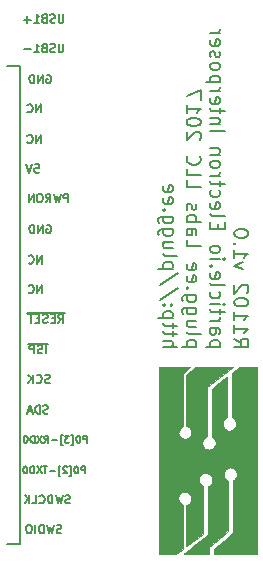
<source format=gbr>
G04 #@! TF.FileFunction,Legend,Bot*
%FSLAX46Y46*%
G04 Gerber Fmt 4.6, Leading zero omitted, Abs format (unit mm)*
G04 Created by KiCad (PCBNEW 4.0.6-e0-6349~53~ubuntu14.04.1) date Thu Apr  6 14:21:28 2017*
%MOMM*%
%LPD*%
G01*
G04 APERTURE LIST*
%ADD10C,0.100000*%
%ADD11C,0.200000*%
%ADD12C,0.010000*%
%ADD13C,0.152400*%
%ADD14C,0.150000*%
G04 APERTURE END LIST*
D10*
D11*
X147207143Y-107878571D02*
X147778571Y-108278571D01*
X147207143Y-108564286D02*
X148407143Y-108564286D01*
X148407143Y-108107143D01*
X148350000Y-107992857D01*
X148292857Y-107935714D01*
X148178571Y-107878571D01*
X148007143Y-107878571D01*
X147892857Y-107935714D01*
X147835714Y-107992857D01*
X147778571Y-108107143D01*
X147778571Y-108564286D01*
X147207143Y-106735714D02*
X147207143Y-107421429D01*
X147207143Y-107078571D02*
X148407143Y-107078571D01*
X148235714Y-107192857D01*
X148121429Y-107307143D01*
X148064286Y-107421429D01*
X147207143Y-105592857D02*
X147207143Y-106278572D01*
X147207143Y-105935714D02*
X148407143Y-105935714D01*
X148235714Y-106050000D01*
X148121429Y-106164286D01*
X148064286Y-106278572D01*
X148407143Y-104850000D02*
X148407143Y-104735715D01*
X148350000Y-104621429D01*
X148292857Y-104564286D01*
X148178571Y-104507143D01*
X147950000Y-104450000D01*
X147664286Y-104450000D01*
X147435714Y-104507143D01*
X147321429Y-104564286D01*
X147264286Y-104621429D01*
X147207143Y-104735715D01*
X147207143Y-104850000D01*
X147264286Y-104964286D01*
X147321429Y-105021429D01*
X147435714Y-105078572D01*
X147664286Y-105135715D01*
X147950000Y-105135715D01*
X148178571Y-105078572D01*
X148292857Y-105021429D01*
X148350000Y-104964286D01*
X148407143Y-104850000D01*
X148292857Y-103992858D02*
X148350000Y-103935715D01*
X148407143Y-103821429D01*
X148407143Y-103535715D01*
X148350000Y-103421429D01*
X148292857Y-103364286D01*
X148178571Y-103307143D01*
X148064286Y-103307143D01*
X147892857Y-103364286D01*
X147207143Y-104050000D01*
X147207143Y-103307143D01*
X148007143Y-101992857D02*
X147207143Y-101707143D01*
X148007143Y-101421429D01*
X147207143Y-100335714D02*
X147207143Y-101021429D01*
X147207143Y-100678571D02*
X148407143Y-100678571D01*
X148235714Y-100792857D01*
X148121429Y-100907143D01*
X148064286Y-101021429D01*
X147321429Y-99821429D02*
X147264286Y-99764286D01*
X147207143Y-99821429D01*
X147264286Y-99878572D01*
X147321429Y-99821429D01*
X147207143Y-99821429D01*
X148407143Y-99021428D02*
X148407143Y-98907143D01*
X148350000Y-98792857D01*
X148292857Y-98735714D01*
X148178571Y-98678571D01*
X147950000Y-98621428D01*
X147664286Y-98621428D01*
X147435714Y-98678571D01*
X147321429Y-98735714D01*
X147264286Y-98792857D01*
X147207143Y-98907143D01*
X147207143Y-99021428D01*
X147264286Y-99135714D01*
X147321429Y-99192857D01*
X147435714Y-99250000D01*
X147664286Y-99307143D01*
X147950000Y-99307143D01*
X148178571Y-99250000D01*
X148292857Y-99192857D01*
X148350000Y-99135714D01*
X148407143Y-99021428D01*
X146007143Y-108564286D02*
X144807143Y-108564286D01*
X145950000Y-108564286D02*
X146007143Y-108450000D01*
X146007143Y-108221429D01*
X145950000Y-108107143D01*
X145892857Y-108050000D01*
X145778571Y-107992857D01*
X145435714Y-107992857D01*
X145321429Y-108050000D01*
X145264286Y-108107143D01*
X145207143Y-108221429D01*
X145207143Y-108450000D01*
X145264286Y-108564286D01*
X145207143Y-106964286D02*
X145835714Y-106964286D01*
X145950000Y-107021429D01*
X146007143Y-107135715D01*
X146007143Y-107364286D01*
X145950000Y-107478572D01*
X145264286Y-106964286D02*
X145207143Y-107078572D01*
X145207143Y-107364286D01*
X145264286Y-107478572D01*
X145378571Y-107535715D01*
X145492857Y-107535715D01*
X145607143Y-107478572D01*
X145664286Y-107364286D01*
X145664286Y-107078572D01*
X145721429Y-106964286D01*
X145207143Y-106392858D02*
X146007143Y-106392858D01*
X145778571Y-106392858D02*
X145892857Y-106335715D01*
X145950000Y-106278572D01*
X146007143Y-106164286D01*
X146007143Y-106050001D01*
X146007143Y-105821429D02*
X146007143Y-105364286D01*
X146407143Y-105650001D02*
X145378571Y-105650001D01*
X145264286Y-105592858D01*
X145207143Y-105478572D01*
X145207143Y-105364286D01*
X145207143Y-104964287D02*
X146007143Y-104964287D01*
X146407143Y-104964287D02*
X146350000Y-105021430D01*
X146292857Y-104964287D01*
X146350000Y-104907144D01*
X146407143Y-104964287D01*
X146292857Y-104964287D01*
X145264286Y-103878572D02*
X145207143Y-103992858D01*
X145207143Y-104221429D01*
X145264286Y-104335715D01*
X145321429Y-104392858D01*
X145435714Y-104450001D01*
X145778571Y-104450001D01*
X145892857Y-104392858D01*
X145950000Y-104335715D01*
X146007143Y-104221429D01*
X146007143Y-103992858D01*
X145950000Y-103878572D01*
X145207143Y-103192858D02*
X145264286Y-103307144D01*
X145378571Y-103364287D01*
X146407143Y-103364287D01*
X145264286Y-102278573D02*
X145207143Y-102392859D01*
X145207143Y-102621430D01*
X145264286Y-102735716D01*
X145378571Y-102792859D01*
X145835714Y-102792859D01*
X145950000Y-102735716D01*
X146007143Y-102621430D01*
X146007143Y-102392859D01*
X145950000Y-102278573D01*
X145835714Y-102221430D01*
X145721429Y-102221430D01*
X145607143Y-102792859D01*
X145321429Y-101707145D02*
X145264286Y-101650002D01*
X145207143Y-101707145D01*
X145264286Y-101764288D01*
X145321429Y-101707145D01*
X145207143Y-101707145D01*
X145207143Y-101135716D02*
X146007143Y-101135716D01*
X146407143Y-101135716D02*
X146350000Y-101192859D01*
X146292857Y-101135716D01*
X146350000Y-101078573D01*
X146407143Y-101135716D01*
X146292857Y-101135716D01*
X145207143Y-100392858D02*
X145264286Y-100507144D01*
X145321429Y-100564287D01*
X145435714Y-100621430D01*
X145778571Y-100621430D01*
X145892857Y-100564287D01*
X145950000Y-100507144D01*
X146007143Y-100392858D01*
X146007143Y-100221430D01*
X145950000Y-100107144D01*
X145892857Y-100050001D01*
X145778571Y-99992858D01*
X145435714Y-99992858D01*
X145321429Y-100050001D01*
X145264286Y-100107144D01*
X145207143Y-100221430D01*
X145207143Y-100392858D01*
X145835714Y-98564287D02*
X145835714Y-98164287D01*
X145207143Y-97992858D02*
X145207143Y-98564287D01*
X146407143Y-98564287D01*
X146407143Y-97992858D01*
X145207143Y-97307144D02*
X145264286Y-97421430D01*
X145378571Y-97478573D01*
X146407143Y-97478573D01*
X145264286Y-96392859D02*
X145207143Y-96507145D01*
X145207143Y-96735716D01*
X145264286Y-96850002D01*
X145378571Y-96907145D01*
X145835714Y-96907145D01*
X145950000Y-96850002D01*
X146007143Y-96735716D01*
X146007143Y-96507145D01*
X145950000Y-96392859D01*
X145835714Y-96335716D01*
X145721429Y-96335716D01*
X145607143Y-96907145D01*
X145264286Y-95307145D02*
X145207143Y-95421431D01*
X145207143Y-95650002D01*
X145264286Y-95764288D01*
X145321429Y-95821431D01*
X145435714Y-95878574D01*
X145778571Y-95878574D01*
X145892857Y-95821431D01*
X145950000Y-95764288D01*
X146007143Y-95650002D01*
X146007143Y-95421431D01*
X145950000Y-95307145D01*
X146007143Y-94964288D02*
X146007143Y-94507145D01*
X146407143Y-94792860D02*
X145378571Y-94792860D01*
X145264286Y-94735717D01*
X145207143Y-94621431D01*
X145207143Y-94507145D01*
X145207143Y-94107146D02*
X146007143Y-94107146D01*
X145778571Y-94107146D02*
X145892857Y-94050003D01*
X145950000Y-93992860D01*
X146007143Y-93878574D01*
X146007143Y-93764289D01*
X145207143Y-93192860D02*
X145264286Y-93307146D01*
X145321429Y-93364289D01*
X145435714Y-93421432D01*
X145778571Y-93421432D01*
X145892857Y-93364289D01*
X145950000Y-93307146D01*
X146007143Y-93192860D01*
X146007143Y-93021432D01*
X145950000Y-92907146D01*
X145892857Y-92850003D01*
X145778571Y-92792860D01*
X145435714Y-92792860D01*
X145321429Y-92850003D01*
X145264286Y-92907146D01*
X145207143Y-93021432D01*
X145207143Y-93192860D01*
X146007143Y-92278575D02*
X145207143Y-92278575D01*
X145892857Y-92278575D02*
X145950000Y-92221432D01*
X146007143Y-92107146D01*
X146007143Y-91935718D01*
X145950000Y-91821432D01*
X145835714Y-91764289D01*
X145207143Y-91764289D01*
X145207143Y-90278575D02*
X146407143Y-90278575D01*
X146007143Y-89707146D02*
X145207143Y-89707146D01*
X145892857Y-89707146D02*
X145950000Y-89650003D01*
X146007143Y-89535717D01*
X146007143Y-89364289D01*
X145950000Y-89250003D01*
X145835714Y-89192860D01*
X145207143Y-89192860D01*
X146007143Y-88792860D02*
X146007143Y-88335717D01*
X146407143Y-88621432D02*
X145378571Y-88621432D01*
X145264286Y-88564289D01*
X145207143Y-88450003D01*
X145207143Y-88335717D01*
X145264286Y-87478575D02*
X145207143Y-87592861D01*
X145207143Y-87821432D01*
X145264286Y-87935718D01*
X145378571Y-87992861D01*
X145835714Y-87992861D01*
X145950000Y-87935718D01*
X146007143Y-87821432D01*
X146007143Y-87592861D01*
X145950000Y-87478575D01*
X145835714Y-87421432D01*
X145721429Y-87421432D01*
X145607143Y-87992861D01*
X145207143Y-86907147D02*
X146007143Y-86907147D01*
X145778571Y-86907147D02*
X145892857Y-86850004D01*
X145950000Y-86792861D01*
X146007143Y-86678575D01*
X146007143Y-86564290D01*
X146007143Y-86164290D02*
X144807143Y-86164290D01*
X145950000Y-86164290D02*
X146007143Y-86050004D01*
X146007143Y-85821433D01*
X145950000Y-85707147D01*
X145892857Y-85650004D01*
X145778571Y-85592861D01*
X145435714Y-85592861D01*
X145321429Y-85650004D01*
X145264286Y-85707147D01*
X145207143Y-85821433D01*
X145207143Y-86050004D01*
X145264286Y-86164290D01*
X145207143Y-84907147D02*
X145264286Y-85021433D01*
X145321429Y-85078576D01*
X145435714Y-85135719D01*
X145778571Y-85135719D01*
X145892857Y-85078576D01*
X145950000Y-85021433D01*
X146007143Y-84907147D01*
X146007143Y-84735719D01*
X145950000Y-84621433D01*
X145892857Y-84564290D01*
X145778571Y-84507147D01*
X145435714Y-84507147D01*
X145321429Y-84564290D01*
X145264286Y-84621433D01*
X145207143Y-84735719D01*
X145207143Y-84907147D01*
X145264286Y-84050005D02*
X145207143Y-83935719D01*
X145207143Y-83707147D01*
X145264286Y-83592862D01*
X145378571Y-83535719D01*
X145435714Y-83535719D01*
X145550000Y-83592862D01*
X145607143Y-83707147D01*
X145607143Y-83878576D01*
X145664286Y-83992862D01*
X145778571Y-84050005D01*
X145835714Y-84050005D01*
X145950000Y-83992862D01*
X146007143Y-83878576D01*
X146007143Y-83707147D01*
X145950000Y-83592862D01*
X145264286Y-82564290D02*
X145207143Y-82678576D01*
X145207143Y-82907147D01*
X145264286Y-83021433D01*
X145378571Y-83078576D01*
X145835714Y-83078576D01*
X145950000Y-83021433D01*
X146007143Y-82907147D01*
X146007143Y-82678576D01*
X145950000Y-82564290D01*
X145835714Y-82507147D01*
X145721429Y-82507147D01*
X145607143Y-83078576D01*
X145207143Y-81992862D02*
X146007143Y-81992862D01*
X145778571Y-81992862D02*
X145892857Y-81935719D01*
X145950000Y-81878576D01*
X146007143Y-81764290D01*
X146007143Y-81650005D01*
X144007143Y-108564286D02*
X142807143Y-108564286D01*
X143950000Y-108564286D02*
X144007143Y-108450000D01*
X144007143Y-108221429D01*
X143950000Y-108107143D01*
X143892857Y-108050000D01*
X143778571Y-107992857D01*
X143435714Y-107992857D01*
X143321429Y-108050000D01*
X143264286Y-108107143D01*
X143207143Y-108221429D01*
X143207143Y-108450000D01*
X143264286Y-108564286D01*
X143207143Y-107307143D02*
X143264286Y-107421429D01*
X143378571Y-107478572D01*
X144407143Y-107478572D01*
X144007143Y-106335715D02*
X143207143Y-106335715D01*
X144007143Y-106850001D02*
X143378571Y-106850001D01*
X143264286Y-106792858D01*
X143207143Y-106678572D01*
X143207143Y-106507144D01*
X143264286Y-106392858D01*
X143321429Y-106335715D01*
X144007143Y-105250001D02*
X143035714Y-105250001D01*
X142921429Y-105307144D01*
X142864286Y-105364287D01*
X142807143Y-105478572D01*
X142807143Y-105650001D01*
X142864286Y-105764287D01*
X143264286Y-105250001D02*
X143207143Y-105364287D01*
X143207143Y-105592858D01*
X143264286Y-105707144D01*
X143321429Y-105764287D01*
X143435714Y-105821430D01*
X143778571Y-105821430D01*
X143892857Y-105764287D01*
X143950000Y-105707144D01*
X144007143Y-105592858D01*
X144007143Y-105364287D01*
X143950000Y-105250001D01*
X144007143Y-104164287D02*
X143035714Y-104164287D01*
X142921429Y-104221430D01*
X142864286Y-104278573D01*
X142807143Y-104392858D01*
X142807143Y-104564287D01*
X142864286Y-104678573D01*
X143264286Y-104164287D02*
X143207143Y-104278573D01*
X143207143Y-104507144D01*
X143264286Y-104621430D01*
X143321429Y-104678573D01*
X143435714Y-104735716D01*
X143778571Y-104735716D01*
X143892857Y-104678573D01*
X143950000Y-104621430D01*
X144007143Y-104507144D01*
X144007143Y-104278573D01*
X143950000Y-104164287D01*
X143321429Y-103592859D02*
X143264286Y-103535716D01*
X143207143Y-103592859D01*
X143264286Y-103650002D01*
X143321429Y-103592859D01*
X143207143Y-103592859D01*
X143264286Y-102564287D02*
X143207143Y-102678573D01*
X143207143Y-102907144D01*
X143264286Y-103021430D01*
X143378571Y-103078573D01*
X143835714Y-103078573D01*
X143950000Y-103021430D01*
X144007143Y-102907144D01*
X144007143Y-102678573D01*
X143950000Y-102564287D01*
X143835714Y-102507144D01*
X143721429Y-102507144D01*
X143607143Y-103078573D01*
X143264286Y-101535716D02*
X143207143Y-101650002D01*
X143207143Y-101878573D01*
X143264286Y-101992859D01*
X143378571Y-102050002D01*
X143835714Y-102050002D01*
X143950000Y-101992859D01*
X144007143Y-101878573D01*
X144007143Y-101650002D01*
X143950000Y-101535716D01*
X143835714Y-101478573D01*
X143721429Y-101478573D01*
X143607143Y-102050002D01*
X143207143Y-99478573D02*
X143207143Y-100050002D01*
X144407143Y-100050002D01*
X143207143Y-98564287D02*
X143835714Y-98564287D01*
X143950000Y-98621430D01*
X144007143Y-98735716D01*
X144007143Y-98964287D01*
X143950000Y-99078573D01*
X143264286Y-98564287D02*
X143207143Y-98678573D01*
X143207143Y-98964287D01*
X143264286Y-99078573D01*
X143378571Y-99135716D01*
X143492857Y-99135716D01*
X143607143Y-99078573D01*
X143664286Y-98964287D01*
X143664286Y-98678573D01*
X143721429Y-98564287D01*
X143207143Y-97992859D02*
X144407143Y-97992859D01*
X143950000Y-97992859D02*
X144007143Y-97878573D01*
X144007143Y-97650002D01*
X143950000Y-97535716D01*
X143892857Y-97478573D01*
X143778571Y-97421430D01*
X143435714Y-97421430D01*
X143321429Y-97478573D01*
X143264286Y-97535716D01*
X143207143Y-97650002D01*
X143207143Y-97878573D01*
X143264286Y-97992859D01*
X143264286Y-96964288D02*
X143207143Y-96850002D01*
X143207143Y-96621430D01*
X143264286Y-96507145D01*
X143378571Y-96450002D01*
X143435714Y-96450002D01*
X143550000Y-96507145D01*
X143607143Y-96621430D01*
X143607143Y-96792859D01*
X143664286Y-96907145D01*
X143778571Y-96964288D01*
X143835714Y-96964288D01*
X143950000Y-96907145D01*
X144007143Y-96792859D01*
X144007143Y-96621430D01*
X143950000Y-96507145D01*
X143207143Y-94450001D02*
X143207143Y-95021430D01*
X144407143Y-95021430D01*
X143207143Y-93478572D02*
X143207143Y-94050001D01*
X144407143Y-94050001D01*
X143321429Y-92392857D02*
X143264286Y-92450000D01*
X143207143Y-92621429D01*
X143207143Y-92735715D01*
X143264286Y-92907143D01*
X143378571Y-93021429D01*
X143492857Y-93078572D01*
X143721429Y-93135715D01*
X143892857Y-93135715D01*
X144121429Y-93078572D01*
X144235714Y-93021429D01*
X144350000Y-92907143D01*
X144407143Y-92735715D01*
X144407143Y-92621429D01*
X144350000Y-92450000D01*
X144292857Y-92392857D01*
X144292857Y-91021429D02*
X144350000Y-90964286D01*
X144407143Y-90850000D01*
X144407143Y-90564286D01*
X144350000Y-90450000D01*
X144292857Y-90392857D01*
X144178571Y-90335714D01*
X144064286Y-90335714D01*
X143892857Y-90392857D01*
X143207143Y-91078571D01*
X143207143Y-90335714D01*
X144407143Y-89592857D02*
X144407143Y-89478572D01*
X144350000Y-89364286D01*
X144292857Y-89307143D01*
X144178571Y-89250000D01*
X143950000Y-89192857D01*
X143664286Y-89192857D01*
X143435714Y-89250000D01*
X143321429Y-89307143D01*
X143264286Y-89364286D01*
X143207143Y-89478572D01*
X143207143Y-89592857D01*
X143264286Y-89707143D01*
X143321429Y-89764286D01*
X143435714Y-89821429D01*
X143664286Y-89878572D01*
X143950000Y-89878572D01*
X144178571Y-89821429D01*
X144292857Y-89764286D01*
X144350000Y-89707143D01*
X144407143Y-89592857D01*
X143207143Y-88050000D02*
X143207143Y-88735715D01*
X143207143Y-88392857D02*
X144407143Y-88392857D01*
X144235714Y-88507143D01*
X144121429Y-88621429D01*
X144064286Y-88735715D01*
X144407143Y-87650000D02*
X144407143Y-86850000D01*
X143207143Y-87364286D01*
X141207143Y-108564286D02*
X142407143Y-108564286D01*
X141207143Y-108050000D02*
X141835714Y-108050000D01*
X141950000Y-108107143D01*
X142007143Y-108221429D01*
X142007143Y-108392857D01*
X141950000Y-108507143D01*
X141892857Y-108564286D01*
X142007143Y-107650000D02*
X142007143Y-107192857D01*
X142407143Y-107478572D02*
X141378571Y-107478572D01*
X141264286Y-107421429D01*
X141207143Y-107307143D01*
X141207143Y-107192857D01*
X142007143Y-106964286D02*
X142007143Y-106507143D01*
X142407143Y-106792858D02*
X141378571Y-106792858D01*
X141264286Y-106735715D01*
X141207143Y-106621429D01*
X141207143Y-106507143D01*
X142007143Y-106107144D02*
X140807143Y-106107144D01*
X141950000Y-106107144D02*
X142007143Y-105992858D01*
X142007143Y-105764287D01*
X141950000Y-105650001D01*
X141892857Y-105592858D01*
X141778571Y-105535715D01*
X141435714Y-105535715D01*
X141321429Y-105592858D01*
X141264286Y-105650001D01*
X141207143Y-105764287D01*
X141207143Y-105992858D01*
X141264286Y-106107144D01*
X141321429Y-105021430D02*
X141264286Y-104964287D01*
X141207143Y-105021430D01*
X141264286Y-105078573D01*
X141321429Y-105021430D01*
X141207143Y-105021430D01*
X141950000Y-105021430D02*
X141892857Y-104964287D01*
X141835714Y-105021430D01*
X141892857Y-105078573D01*
X141950000Y-105021430D01*
X141835714Y-105021430D01*
X142464286Y-103592858D02*
X140921429Y-104621429D01*
X142464286Y-102335715D02*
X140921429Y-103364286D01*
X142007143Y-101935715D02*
X140807143Y-101935715D01*
X141950000Y-101935715D02*
X142007143Y-101821429D01*
X142007143Y-101592858D01*
X141950000Y-101478572D01*
X141892857Y-101421429D01*
X141778571Y-101364286D01*
X141435714Y-101364286D01*
X141321429Y-101421429D01*
X141264286Y-101478572D01*
X141207143Y-101592858D01*
X141207143Y-101821429D01*
X141264286Y-101935715D01*
X141207143Y-100678572D02*
X141264286Y-100792858D01*
X141378571Y-100850001D01*
X142407143Y-100850001D01*
X142007143Y-99707144D02*
X141207143Y-99707144D01*
X142007143Y-100221430D02*
X141378571Y-100221430D01*
X141264286Y-100164287D01*
X141207143Y-100050001D01*
X141207143Y-99878573D01*
X141264286Y-99764287D01*
X141321429Y-99707144D01*
X142007143Y-98621430D02*
X141035714Y-98621430D01*
X140921429Y-98678573D01*
X140864286Y-98735716D01*
X140807143Y-98850001D01*
X140807143Y-99021430D01*
X140864286Y-99135716D01*
X141264286Y-98621430D02*
X141207143Y-98735716D01*
X141207143Y-98964287D01*
X141264286Y-99078573D01*
X141321429Y-99135716D01*
X141435714Y-99192859D01*
X141778571Y-99192859D01*
X141892857Y-99135716D01*
X141950000Y-99078573D01*
X142007143Y-98964287D01*
X142007143Y-98735716D01*
X141950000Y-98621430D01*
X142007143Y-97535716D02*
X141035714Y-97535716D01*
X140921429Y-97592859D01*
X140864286Y-97650002D01*
X140807143Y-97764287D01*
X140807143Y-97935716D01*
X140864286Y-98050002D01*
X141264286Y-97535716D02*
X141207143Y-97650002D01*
X141207143Y-97878573D01*
X141264286Y-97992859D01*
X141321429Y-98050002D01*
X141435714Y-98107145D01*
X141778571Y-98107145D01*
X141892857Y-98050002D01*
X141950000Y-97992859D01*
X142007143Y-97878573D01*
X142007143Y-97650002D01*
X141950000Y-97535716D01*
X141321429Y-96964288D02*
X141264286Y-96907145D01*
X141207143Y-96964288D01*
X141264286Y-97021431D01*
X141321429Y-96964288D01*
X141207143Y-96964288D01*
X141264286Y-95935716D02*
X141207143Y-96050002D01*
X141207143Y-96278573D01*
X141264286Y-96392859D01*
X141378571Y-96450002D01*
X141835714Y-96450002D01*
X141950000Y-96392859D01*
X142007143Y-96278573D01*
X142007143Y-96050002D01*
X141950000Y-95935716D01*
X141835714Y-95878573D01*
X141721429Y-95878573D01*
X141607143Y-96450002D01*
X141264286Y-94907145D02*
X141207143Y-95021431D01*
X141207143Y-95250002D01*
X141264286Y-95364288D01*
X141378571Y-95421431D01*
X141835714Y-95421431D01*
X141950000Y-95364288D01*
X142007143Y-95250002D01*
X142007143Y-95021431D01*
X141950000Y-94907145D01*
X141835714Y-94850002D01*
X141721429Y-94850002D01*
X141607143Y-95421431D01*
D12*
G36*
X147672447Y-110262500D02*
X147000251Y-110808154D01*
X147000250Y-112675316D01*
X147000250Y-114542478D01*
X147109474Y-114606922D01*
X147195927Y-114675030D01*
X147280637Y-114767813D01*
X147303830Y-114800009D01*
X147352706Y-114883485D01*
X147375634Y-114959427D01*
X147378874Y-115055958D01*
X147375112Y-115120128D01*
X147333311Y-115308349D01*
X147241349Y-115463166D01*
X147105440Y-115577432D01*
X146931796Y-115643997D01*
X146917327Y-115646886D01*
X146737138Y-115653812D01*
X146579105Y-115609712D01*
X146447100Y-115524185D01*
X146344997Y-115406833D01*
X146276667Y-115267255D01*
X146245984Y-115115054D01*
X146256820Y-114959829D01*
X146313047Y-114811180D01*
X146418539Y-114678709D01*
X146501041Y-114614869D01*
X146619251Y-114538112D01*
X146619251Y-112811182D01*
X146618983Y-112423526D01*
X146618114Y-112095233D01*
X146616550Y-111822165D01*
X146614192Y-111600187D01*
X146610945Y-111425163D01*
X146606712Y-111292958D01*
X146601397Y-111199434D01*
X146594903Y-111140457D01*
X146587134Y-111111890D01*
X146579563Y-111108362D01*
X146544591Y-111134229D01*
X146467368Y-111194131D01*
X146355153Y-111282344D01*
X146215207Y-111393143D01*
X146054789Y-111520806D01*
X145928688Y-111621550D01*
X145317501Y-112110628D01*
X145317701Y-114147252D01*
X145317902Y-116183875D01*
X145412289Y-116237581D01*
X145529425Y-116338321D01*
X145611213Y-116477441D01*
X145651940Y-116637161D01*
X145645894Y-116799702D01*
X145620207Y-116884714D01*
X145516676Y-117057453D01*
X145370744Y-117183403D01*
X145264947Y-117235195D01*
X145094751Y-117270659D01*
X144930993Y-117252296D01*
X144782253Y-117188380D01*
X144657110Y-117087186D01*
X144564144Y-116956989D01*
X144511933Y-116806062D01*
X144509058Y-116642682D01*
X144537690Y-116533774D01*
X144583727Y-116447494D01*
X144653803Y-116352559D01*
X144733934Y-116264218D01*
X144810138Y-116197720D01*
X144868431Y-116168316D01*
X144873092Y-116168000D01*
X144880164Y-116136386D01*
X144886369Y-116042075D01*
X144891695Y-115885865D01*
X144896129Y-115668552D01*
X144899660Y-115390935D01*
X144902275Y-115053810D01*
X144903963Y-114657975D01*
X144904711Y-114204228D01*
X144904750Y-114062825D01*
X144904751Y-111957649D01*
X146003648Y-111110075D01*
X147102545Y-110262500D01*
X144022624Y-110262500D01*
X143591259Y-110619688D01*
X143159895Y-110976875D01*
X143159198Y-113109601D01*
X143158500Y-115242326D01*
X143264388Y-115277272D01*
X143407494Y-115354262D01*
X143511875Y-115470144D01*
X143576737Y-115612884D01*
X143601285Y-115770448D01*
X143584726Y-115930803D01*
X143526265Y-116081914D01*
X143425109Y-116211747D01*
X143330709Y-116282220D01*
X143160196Y-116349746D01*
X142989812Y-116360084D01*
X142829869Y-116318724D01*
X142690684Y-116231155D01*
X142582571Y-116102868D01*
X142515843Y-115939351D01*
X142500801Y-115840516D01*
X142517643Y-115659079D01*
X142592714Y-115498994D01*
X142722355Y-115367408D01*
X142754541Y-115345119D01*
X142872750Y-115268362D01*
X142872750Y-113037106D01*
X142872811Y-112606370D01*
X142873069Y-112234689D01*
X142873639Y-111917619D01*
X142874634Y-111650714D01*
X142876169Y-111429532D01*
X142878358Y-111249626D01*
X142881315Y-111106552D01*
X142885155Y-110995866D01*
X142889991Y-110913123D01*
X142895938Y-110853878D01*
X142903109Y-110813687D01*
X142911620Y-110788105D01*
X142921584Y-110772687D01*
X142931127Y-110764363D01*
X142978175Y-110726080D01*
X143058935Y-110655603D01*
X143160742Y-110564118D01*
X143238702Y-110492688D01*
X143487902Y-110262500D01*
X140840750Y-110262500D01*
X140840750Y-126137500D01*
X142311804Y-126137500D01*
X142872750Y-125709706D01*
X142872750Y-123831240D01*
X142872751Y-121952773D01*
X142763527Y-121888329D01*
X142622150Y-121771643D01*
X142527787Y-121623244D01*
X142484036Y-121455893D01*
X142494494Y-121282352D01*
X142551183Y-121135025D01*
X142664482Y-120985920D01*
X142806877Y-120892871D01*
X142981958Y-120853784D01*
X143035615Y-120852212D01*
X143152840Y-120858491D01*
X143236471Y-120881995D01*
X143315953Y-120932280D01*
X143339458Y-120950828D01*
X143471885Y-121081344D01*
X143548707Y-121219707D01*
X143577438Y-121380728D01*
X143578046Y-121421213D01*
X143551701Y-121602840D01*
X143480580Y-121755673D01*
X143371355Y-121869787D01*
X143232717Y-121934757D01*
X143158500Y-121953384D01*
X143158500Y-123680317D01*
X143158850Y-124004828D01*
X143159856Y-124309463D01*
X143161453Y-124588460D01*
X143163574Y-124836056D01*
X143166155Y-125046485D01*
X143169131Y-125213986D01*
X143172435Y-125332794D01*
X143176001Y-125397146D01*
X143178124Y-125407251D01*
X143207873Y-125389178D01*
X143281872Y-125338199D01*
X143393323Y-125259177D01*
X143535425Y-125156972D01*
X143701381Y-125036444D01*
X143884391Y-124902454D01*
X143892499Y-124896495D01*
X144587250Y-124385739D01*
X144587250Y-120325889D01*
X144509025Y-120290247D01*
X144426346Y-120227738D01*
X144342388Y-120124235D01*
X144271664Y-120000249D01*
X144235250Y-119903337D01*
X144222016Y-119745731D01*
X144262533Y-119593042D01*
X144347237Y-119455042D01*
X144466565Y-119341503D01*
X144610952Y-119262197D01*
X144770835Y-119226896D01*
X144890105Y-119234201D01*
X145056773Y-119294207D01*
X145195820Y-119399417D01*
X145299435Y-119537729D01*
X145359809Y-119697039D01*
X145369130Y-119865245D01*
X145351926Y-119949840D01*
X145303082Y-120059360D01*
X145228669Y-120168986D01*
X145144309Y-120259232D01*
X145065628Y-120310612D01*
X145061545Y-120311996D01*
X145049345Y-120317415D01*
X145038873Y-120328380D01*
X145029997Y-120349438D01*
X145022586Y-120385134D01*
X145016507Y-120440013D01*
X145011630Y-120518623D01*
X145007820Y-120625507D01*
X145004948Y-120765212D01*
X145002881Y-120942284D01*
X145001487Y-121161268D01*
X145000633Y-121426711D01*
X145000189Y-121743157D01*
X145000023Y-122115152D01*
X145000000Y-122432906D01*
X145000000Y-124534282D01*
X143994259Y-125296204D01*
X143771798Y-125464754D01*
X143563908Y-125622305D01*
X143376324Y-125764506D01*
X143214784Y-125887006D01*
X143085025Y-125985453D01*
X142992783Y-126055499D01*
X142943797Y-126092791D01*
X142938571Y-126096803D01*
X142936946Y-126107366D01*
X142965271Y-126115970D01*
X143028396Y-126122793D01*
X143131168Y-126128017D01*
X143278440Y-126131821D01*
X143475059Y-126134385D01*
X143725875Y-126135889D01*
X144007813Y-126136491D01*
X145127000Y-126137500D01*
X145127000Y-125538640D01*
X145919663Y-124861758D01*
X146712326Y-124184875D01*
X146713413Y-122036949D01*
X146714501Y-119889023D01*
X146605277Y-119824579D01*
X146469556Y-119711671D01*
X146373267Y-119563986D01*
X146326564Y-119398946D01*
X146323789Y-119341587D01*
X146351361Y-119169591D01*
X146431996Y-119019933D01*
X146562438Y-118889389D01*
X146712563Y-118804399D01*
X146873662Y-118774047D01*
X147034858Y-118793346D01*
X147185273Y-118857311D01*
X147314027Y-118960959D01*
X147410244Y-119099304D01*
X147463044Y-119267361D01*
X147467437Y-119304094D01*
X147454635Y-119465806D01*
X147395068Y-119621591D01*
X147298656Y-119750438D01*
X147231661Y-119803375D01*
X147129697Y-119866875D01*
X147128474Y-122093755D01*
X147127250Y-124320634D01*
X146317625Y-125011924D01*
X145508000Y-125703215D01*
X145508000Y-126137500D01*
X149159250Y-126137500D01*
X149159250Y-110262500D01*
X147672447Y-110262500D01*
X147672447Y-110262500D01*
G37*
X147672447Y-110262500D02*
X147000251Y-110808154D01*
X147000250Y-112675316D01*
X147000250Y-114542478D01*
X147109474Y-114606922D01*
X147195927Y-114675030D01*
X147280637Y-114767813D01*
X147303830Y-114800009D01*
X147352706Y-114883485D01*
X147375634Y-114959427D01*
X147378874Y-115055958D01*
X147375112Y-115120128D01*
X147333311Y-115308349D01*
X147241349Y-115463166D01*
X147105440Y-115577432D01*
X146931796Y-115643997D01*
X146917327Y-115646886D01*
X146737138Y-115653812D01*
X146579105Y-115609712D01*
X146447100Y-115524185D01*
X146344997Y-115406833D01*
X146276667Y-115267255D01*
X146245984Y-115115054D01*
X146256820Y-114959829D01*
X146313047Y-114811180D01*
X146418539Y-114678709D01*
X146501041Y-114614869D01*
X146619251Y-114538112D01*
X146619251Y-112811182D01*
X146618983Y-112423526D01*
X146618114Y-112095233D01*
X146616550Y-111822165D01*
X146614192Y-111600187D01*
X146610945Y-111425163D01*
X146606712Y-111292958D01*
X146601397Y-111199434D01*
X146594903Y-111140457D01*
X146587134Y-111111890D01*
X146579563Y-111108362D01*
X146544591Y-111134229D01*
X146467368Y-111194131D01*
X146355153Y-111282344D01*
X146215207Y-111393143D01*
X146054789Y-111520806D01*
X145928688Y-111621550D01*
X145317501Y-112110628D01*
X145317701Y-114147252D01*
X145317902Y-116183875D01*
X145412289Y-116237581D01*
X145529425Y-116338321D01*
X145611213Y-116477441D01*
X145651940Y-116637161D01*
X145645894Y-116799702D01*
X145620207Y-116884714D01*
X145516676Y-117057453D01*
X145370744Y-117183403D01*
X145264947Y-117235195D01*
X145094751Y-117270659D01*
X144930993Y-117252296D01*
X144782253Y-117188380D01*
X144657110Y-117087186D01*
X144564144Y-116956989D01*
X144511933Y-116806062D01*
X144509058Y-116642682D01*
X144537690Y-116533774D01*
X144583727Y-116447494D01*
X144653803Y-116352559D01*
X144733934Y-116264218D01*
X144810138Y-116197720D01*
X144868431Y-116168316D01*
X144873092Y-116168000D01*
X144880164Y-116136386D01*
X144886369Y-116042075D01*
X144891695Y-115885865D01*
X144896129Y-115668552D01*
X144899660Y-115390935D01*
X144902275Y-115053810D01*
X144903963Y-114657975D01*
X144904711Y-114204228D01*
X144904750Y-114062825D01*
X144904751Y-111957649D01*
X146003648Y-111110075D01*
X147102545Y-110262500D01*
X144022624Y-110262500D01*
X143591259Y-110619688D01*
X143159895Y-110976875D01*
X143159198Y-113109601D01*
X143158500Y-115242326D01*
X143264388Y-115277272D01*
X143407494Y-115354262D01*
X143511875Y-115470144D01*
X143576737Y-115612884D01*
X143601285Y-115770448D01*
X143584726Y-115930803D01*
X143526265Y-116081914D01*
X143425109Y-116211747D01*
X143330709Y-116282220D01*
X143160196Y-116349746D01*
X142989812Y-116360084D01*
X142829869Y-116318724D01*
X142690684Y-116231155D01*
X142582571Y-116102868D01*
X142515843Y-115939351D01*
X142500801Y-115840516D01*
X142517643Y-115659079D01*
X142592714Y-115498994D01*
X142722355Y-115367408D01*
X142754541Y-115345119D01*
X142872750Y-115268362D01*
X142872750Y-113037106D01*
X142872811Y-112606370D01*
X142873069Y-112234689D01*
X142873639Y-111917619D01*
X142874634Y-111650714D01*
X142876169Y-111429532D01*
X142878358Y-111249626D01*
X142881315Y-111106552D01*
X142885155Y-110995866D01*
X142889991Y-110913123D01*
X142895938Y-110853878D01*
X142903109Y-110813687D01*
X142911620Y-110788105D01*
X142921584Y-110772687D01*
X142931127Y-110764363D01*
X142978175Y-110726080D01*
X143058935Y-110655603D01*
X143160742Y-110564118D01*
X143238702Y-110492688D01*
X143487902Y-110262500D01*
X140840750Y-110262500D01*
X140840750Y-126137500D01*
X142311804Y-126137500D01*
X142872750Y-125709706D01*
X142872750Y-123831240D01*
X142872751Y-121952773D01*
X142763527Y-121888329D01*
X142622150Y-121771643D01*
X142527787Y-121623244D01*
X142484036Y-121455893D01*
X142494494Y-121282352D01*
X142551183Y-121135025D01*
X142664482Y-120985920D01*
X142806877Y-120892871D01*
X142981958Y-120853784D01*
X143035615Y-120852212D01*
X143152840Y-120858491D01*
X143236471Y-120881995D01*
X143315953Y-120932280D01*
X143339458Y-120950828D01*
X143471885Y-121081344D01*
X143548707Y-121219707D01*
X143577438Y-121380728D01*
X143578046Y-121421213D01*
X143551701Y-121602840D01*
X143480580Y-121755673D01*
X143371355Y-121869787D01*
X143232717Y-121934757D01*
X143158500Y-121953384D01*
X143158500Y-123680317D01*
X143158850Y-124004828D01*
X143159856Y-124309463D01*
X143161453Y-124588460D01*
X143163574Y-124836056D01*
X143166155Y-125046485D01*
X143169131Y-125213986D01*
X143172435Y-125332794D01*
X143176001Y-125397146D01*
X143178124Y-125407251D01*
X143207873Y-125389178D01*
X143281872Y-125338199D01*
X143393323Y-125259177D01*
X143535425Y-125156972D01*
X143701381Y-125036444D01*
X143884391Y-124902454D01*
X143892499Y-124896495D01*
X144587250Y-124385739D01*
X144587250Y-120325889D01*
X144509025Y-120290247D01*
X144426346Y-120227738D01*
X144342388Y-120124235D01*
X144271664Y-120000249D01*
X144235250Y-119903337D01*
X144222016Y-119745731D01*
X144262533Y-119593042D01*
X144347237Y-119455042D01*
X144466565Y-119341503D01*
X144610952Y-119262197D01*
X144770835Y-119226896D01*
X144890105Y-119234201D01*
X145056773Y-119294207D01*
X145195820Y-119399417D01*
X145299435Y-119537729D01*
X145359809Y-119697039D01*
X145369130Y-119865245D01*
X145351926Y-119949840D01*
X145303082Y-120059360D01*
X145228669Y-120168986D01*
X145144309Y-120259232D01*
X145065628Y-120310612D01*
X145061545Y-120311996D01*
X145049345Y-120317415D01*
X145038873Y-120328380D01*
X145029997Y-120349438D01*
X145022586Y-120385134D01*
X145016507Y-120440013D01*
X145011630Y-120518623D01*
X145007820Y-120625507D01*
X145004948Y-120765212D01*
X145002881Y-120942284D01*
X145001487Y-121161268D01*
X145000633Y-121426711D01*
X145000189Y-121743157D01*
X145000023Y-122115152D01*
X145000000Y-122432906D01*
X145000000Y-124534282D01*
X143994259Y-125296204D01*
X143771798Y-125464754D01*
X143563908Y-125622305D01*
X143376324Y-125764506D01*
X143214784Y-125887006D01*
X143085025Y-125985453D01*
X142992783Y-126055499D01*
X142943797Y-126092791D01*
X142938571Y-126096803D01*
X142936946Y-126107366D01*
X142965271Y-126115970D01*
X143028396Y-126122793D01*
X143131168Y-126128017D01*
X143278440Y-126131821D01*
X143475059Y-126134385D01*
X143725875Y-126135889D01*
X144007813Y-126136491D01*
X145127000Y-126137500D01*
X145127000Y-125538640D01*
X145919663Y-124861758D01*
X146712326Y-124184875D01*
X146713413Y-122036949D01*
X146714501Y-119889023D01*
X146605277Y-119824579D01*
X146469556Y-119711671D01*
X146373267Y-119563986D01*
X146326564Y-119398946D01*
X146323789Y-119341587D01*
X146351361Y-119169591D01*
X146431996Y-119019933D01*
X146562438Y-118889389D01*
X146712563Y-118804399D01*
X146873662Y-118774047D01*
X147034858Y-118793346D01*
X147185273Y-118857311D01*
X147314027Y-118960959D01*
X147410244Y-119099304D01*
X147463044Y-119267361D01*
X147467437Y-119304094D01*
X147454635Y-119465806D01*
X147395068Y-119621591D01*
X147298656Y-119750438D01*
X147231661Y-119803375D01*
X147129697Y-119866875D01*
X147128474Y-122093755D01*
X147127250Y-124320634D01*
X146317625Y-125011924D01*
X145508000Y-125703215D01*
X145508000Y-126137500D01*
X149159250Y-126137500D01*
X149159250Y-110262500D01*
X147672447Y-110262500D01*
D13*
X128000000Y-84760000D02*
X129100000Y-84760000D01*
X129100000Y-84760000D02*
X129100000Y-90560000D01*
X129100000Y-90560000D02*
X129100000Y-95960000D01*
X129100000Y-95960000D02*
X129100000Y-99560000D01*
X129100000Y-99560000D02*
X129100000Y-113560000D01*
X129100000Y-113560000D02*
X129100000Y-124060000D01*
X129100000Y-124060000D02*
X129100000Y-125260000D01*
X129100000Y-125260000D02*
X128000000Y-125260000D01*
D14*
X132750000Y-80416667D02*
X132750000Y-80983333D01*
X132716667Y-81050000D01*
X132683334Y-81083333D01*
X132616667Y-81116667D01*
X132483334Y-81116667D01*
X132416667Y-81083333D01*
X132383334Y-81050000D01*
X132350000Y-80983333D01*
X132350000Y-80416667D01*
X132050001Y-81083333D02*
X131950001Y-81116667D01*
X131783334Y-81116667D01*
X131716667Y-81083333D01*
X131683334Y-81050000D01*
X131650001Y-80983333D01*
X131650001Y-80916667D01*
X131683334Y-80850000D01*
X131716667Y-80816667D01*
X131783334Y-80783333D01*
X131916667Y-80750000D01*
X131983334Y-80716667D01*
X132016667Y-80683333D01*
X132050001Y-80616667D01*
X132050001Y-80550000D01*
X132016667Y-80483333D01*
X131983334Y-80450000D01*
X131916667Y-80416667D01*
X131750001Y-80416667D01*
X131650001Y-80450000D01*
X131116667Y-80750000D02*
X131016667Y-80783333D01*
X130983334Y-80816667D01*
X130950000Y-80883333D01*
X130950000Y-80983333D01*
X130983334Y-81050000D01*
X131016667Y-81083333D01*
X131083334Y-81116667D01*
X131350000Y-81116667D01*
X131350000Y-80416667D01*
X131116667Y-80416667D01*
X131050000Y-80450000D01*
X131016667Y-80483333D01*
X130983334Y-80550000D01*
X130983334Y-80616667D01*
X131016667Y-80683333D01*
X131050000Y-80716667D01*
X131116667Y-80750000D01*
X131350000Y-80750000D01*
X130283334Y-81116667D02*
X130683334Y-81116667D01*
X130483334Y-81116667D02*
X130483334Y-80416667D01*
X130550000Y-80516667D01*
X130616667Y-80583333D01*
X130683334Y-80616667D01*
X129983333Y-80850000D02*
X129450000Y-80850000D01*
X129716667Y-81116667D02*
X129716667Y-80583333D01*
X132750000Y-82916667D02*
X132750000Y-83483333D01*
X132716667Y-83550000D01*
X132683334Y-83583333D01*
X132616667Y-83616667D01*
X132483334Y-83616667D01*
X132416667Y-83583333D01*
X132383334Y-83550000D01*
X132350000Y-83483333D01*
X132350000Y-82916667D01*
X132050001Y-83583333D02*
X131950001Y-83616667D01*
X131783334Y-83616667D01*
X131716667Y-83583333D01*
X131683334Y-83550000D01*
X131650001Y-83483333D01*
X131650001Y-83416667D01*
X131683334Y-83350000D01*
X131716667Y-83316667D01*
X131783334Y-83283333D01*
X131916667Y-83250000D01*
X131983334Y-83216667D01*
X132016667Y-83183333D01*
X132050001Y-83116667D01*
X132050001Y-83050000D01*
X132016667Y-82983333D01*
X131983334Y-82950000D01*
X131916667Y-82916667D01*
X131750001Y-82916667D01*
X131650001Y-82950000D01*
X131116667Y-83250000D02*
X131016667Y-83283333D01*
X130983334Y-83316667D01*
X130950000Y-83383333D01*
X130950000Y-83483333D01*
X130983334Y-83550000D01*
X131016667Y-83583333D01*
X131083334Y-83616667D01*
X131350000Y-83616667D01*
X131350000Y-82916667D01*
X131116667Y-82916667D01*
X131050000Y-82950000D01*
X131016667Y-82983333D01*
X130983334Y-83050000D01*
X130983334Y-83116667D01*
X131016667Y-83183333D01*
X131050000Y-83216667D01*
X131116667Y-83250000D01*
X131350000Y-83250000D01*
X130283334Y-83616667D02*
X130683334Y-83616667D01*
X130483334Y-83616667D02*
X130483334Y-82916667D01*
X130550000Y-83016667D01*
X130616667Y-83083333D01*
X130683334Y-83116667D01*
X129983333Y-83350000D02*
X129450000Y-83350000D01*
X132583333Y-124283333D02*
X132483333Y-124316667D01*
X132316666Y-124316667D01*
X132249999Y-124283333D01*
X132216666Y-124250000D01*
X132183333Y-124183333D01*
X132183333Y-124116667D01*
X132216666Y-124050000D01*
X132249999Y-124016667D01*
X132316666Y-123983333D01*
X132449999Y-123950000D01*
X132516666Y-123916667D01*
X132549999Y-123883333D01*
X132583333Y-123816667D01*
X132583333Y-123750000D01*
X132549999Y-123683333D01*
X132516666Y-123650000D01*
X132449999Y-123616667D01*
X132283333Y-123616667D01*
X132183333Y-123650000D01*
X131949999Y-123616667D02*
X131783332Y-124316667D01*
X131649999Y-123816667D01*
X131516666Y-124316667D01*
X131349999Y-123616667D01*
X131083332Y-124316667D02*
X131083332Y-123616667D01*
X130916666Y-123616667D01*
X130816666Y-123650000D01*
X130749999Y-123716667D01*
X130716666Y-123783333D01*
X130683332Y-123916667D01*
X130683332Y-124016667D01*
X130716666Y-124150000D01*
X130749999Y-124216667D01*
X130816666Y-124283333D01*
X130916666Y-124316667D01*
X131083332Y-124316667D01*
X130383332Y-124316667D02*
X130383332Y-123616667D01*
X129916666Y-123616667D02*
X129783333Y-123616667D01*
X129716666Y-123650000D01*
X129649999Y-123716667D01*
X129616666Y-123850000D01*
X129616666Y-124083333D01*
X129649999Y-124216667D01*
X129716666Y-124283333D01*
X129783333Y-124316667D01*
X129916666Y-124316667D01*
X129983333Y-124283333D01*
X130049999Y-124216667D01*
X130083333Y-124083333D01*
X130083333Y-123850000D01*
X130049999Y-123716667D01*
X129983333Y-123650000D01*
X129916666Y-123616667D01*
X133333334Y-121783333D02*
X133233334Y-121816667D01*
X133066667Y-121816667D01*
X133000000Y-121783333D01*
X132966667Y-121750000D01*
X132933334Y-121683333D01*
X132933334Y-121616667D01*
X132966667Y-121550000D01*
X133000000Y-121516667D01*
X133066667Y-121483333D01*
X133200000Y-121450000D01*
X133266667Y-121416667D01*
X133300000Y-121383333D01*
X133333334Y-121316667D01*
X133333334Y-121250000D01*
X133300000Y-121183333D01*
X133266667Y-121150000D01*
X133200000Y-121116667D01*
X133033334Y-121116667D01*
X132933334Y-121150000D01*
X132700000Y-121116667D02*
X132533333Y-121816667D01*
X132400000Y-121316667D01*
X132266667Y-121816667D01*
X132100000Y-121116667D01*
X131833333Y-121816667D02*
X131833333Y-121116667D01*
X131666667Y-121116667D01*
X131566667Y-121150000D01*
X131500000Y-121216667D01*
X131466667Y-121283333D01*
X131433333Y-121416667D01*
X131433333Y-121516667D01*
X131466667Y-121650000D01*
X131500000Y-121716667D01*
X131566667Y-121783333D01*
X131666667Y-121816667D01*
X131833333Y-121816667D01*
X130733333Y-121750000D02*
X130766667Y-121783333D01*
X130866667Y-121816667D01*
X130933333Y-121816667D01*
X131033333Y-121783333D01*
X131100000Y-121716667D01*
X131133333Y-121650000D01*
X131166667Y-121516667D01*
X131166667Y-121416667D01*
X131133333Y-121283333D01*
X131100000Y-121216667D01*
X131033333Y-121150000D01*
X130933333Y-121116667D01*
X130866667Y-121116667D01*
X130766667Y-121150000D01*
X130733333Y-121183333D01*
X130100000Y-121816667D02*
X130433333Y-121816667D01*
X130433333Y-121116667D01*
X129866666Y-121816667D02*
X129866666Y-121116667D01*
X129466666Y-121816667D02*
X129766666Y-121416667D01*
X129466666Y-121116667D02*
X129866666Y-121516667D01*
X134600001Y-119271429D02*
X134600001Y-118671429D01*
X134371429Y-118671429D01*
X134314287Y-118700000D01*
X134285715Y-118728571D01*
X134257144Y-118785714D01*
X134257144Y-118871429D01*
X134285715Y-118928571D01*
X134314287Y-118957143D01*
X134371429Y-118985714D01*
X134600001Y-118985714D01*
X133885715Y-118671429D02*
X133828572Y-118671429D01*
X133771429Y-118700000D01*
X133742858Y-118728571D01*
X133714287Y-118785714D01*
X133685715Y-118900000D01*
X133685715Y-119042857D01*
X133714287Y-119157143D01*
X133742858Y-119214286D01*
X133771429Y-119242857D01*
X133828572Y-119271429D01*
X133885715Y-119271429D01*
X133942858Y-119242857D01*
X133971429Y-119214286D01*
X134000001Y-119157143D01*
X134028572Y-119042857D01*
X134028572Y-118900000D01*
X134000001Y-118785714D01*
X133971429Y-118728571D01*
X133942858Y-118700000D01*
X133885715Y-118671429D01*
X133257143Y-119471429D02*
X133400000Y-119471429D01*
X133400000Y-118614286D01*
X133257143Y-118614286D01*
X133057143Y-118728571D02*
X133028572Y-118700000D01*
X132971429Y-118671429D01*
X132828572Y-118671429D01*
X132771429Y-118700000D01*
X132742858Y-118728571D01*
X132714286Y-118785714D01*
X132714286Y-118842857D01*
X132742858Y-118928571D01*
X133085715Y-119271429D01*
X132714286Y-119271429D01*
X132514286Y-119471429D02*
X132371429Y-119471429D01*
X132371429Y-118614286D01*
X132514286Y-118614286D01*
X132057143Y-119042857D02*
X131600000Y-119042857D01*
X131400000Y-118671429D02*
X131057143Y-118671429D01*
X131228572Y-119271429D02*
X131228572Y-118671429D01*
X130914286Y-118671429D02*
X130514286Y-119271429D01*
X130514286Y-118671429D02*
X130914286Y-119271429D01*
X130285714Y-119271429D02*
X130285714Y-118671429D01*
X130142857Y-118671429D01*
X130057142Y-118700000D01*
X130000000Y-118757143D01*
X129971428Y-118814286D01*
X129942857Y-118928571D01*
X129942857Y-119014286D01*
X129971428Y-119128571D01*
X130000000Y-119185714D01*
X130057142Y-119242857D01*
X130142857Y-119271429D01*
X130285714Y-119271429D01*
X129571428Y-118671429D02*
X129514285Y-118671429D01*
X129457142Y-118700000D01*
X129428571Y-118728571D01*
X129400000Y-118785714D01*
X129371428Y-118900000D01*
X129371428Y-119042857D01*
X129400000Y-119157143D01*
X129428571Y-119214286D01*
X129457142Y-119242857D01*
X129514285Y-119271429D01*
X129571428Y-119271429D01*
X129628571Y-119242857D01*
X129657142Y-119214286D01*
X129685714Y-119157143D01*
X129714285Y-119042857D01*
X129714285Y-118900000D01*
X129685714Y-118785714D01*
X129657142Y-118728571D01*
X129628571Y-118700000D01*
X129571428Y-118671429D01*
X134771429Y-116671429D02*
X134771429Y-116071429D01*
X134542857Y-116071429D01*
X134485715Y-116100000D01*
X134457143Y-116128571D01*
X134428572Y-116185714D01*
X134428572Y-116271429D01*
X134457143Y-116328571D01*
X134485715Y-116357143D01*
X134542857Y-116385714D01*
X134771429Y-116385714D01*
X134057143Y-116071429D02*
X134000000Y-116071429D01*
X133942857Y-116100000D01*
X133914286Y-116128571D01*
X133885715Y-116185714D01*
X133857143Y-116300000D01*
X133857143Y-116442857D01*
X133885715Y-116557143D01*
X133914286Y-116614286D01*
X133942857Y-116642857D01*
X134000000Y-116671429D01*
X134057143Y-116671429D01*
X134114286Y-116642857D01*
X134142857Y-116614286D01*
X134171429Y-116557143D01*
X134200000Y-116442857D01*
X134200000Y-116300000D01*
X134171429Y-116185714D01*
X134142857Y-116128571D01*
X134114286Y-116100000D01*
X134057143Y-116071429D01*
X133428571Y-116871429D02*
X133571428Y-116871429D01*
X133571428Y-116014286D01*
X133428571Y-116014286D01*
X133257143Y-116071429D02*
X132885714Y-116071429D01*
X133085714Y-116300000D01*
X133000000Y-116300000D01*
X132942857Y-116328571D01*
X132914286Y-116357143D01*
X132885714Y-116414286D01*
X132885714Y-116557143D01*
X132914286Y-116614286D01*
X132942857Y-116642857D01*
X133000000Y-116671429D01*
X133171428Y-116671429D01*
X133228571Y-116642857D01*
X133257143Y-116614286D01*
X132685714Y-116871429D02*
X132542857Y-116871429D01*
X132542857Y-116014286D01*
X132685714Y-116014286D01*
X132228571Y-116442857D02*
X131771428Y-116442857D01*
X131142857Y-116671429D02*
X131342857Y-116385714D01*
X131485714Y-116671429D02*
X131485714Y-116071429D01*
X131257142Y-116071429D01*
X131200000Y-116100000D01*
X131171428Y-116128571D01*
X131142857Y-116185714D01*
X131142857Y-116271429D01*
X131171428Y-116328571D01*
X131200000Y-116357143D01*
X131257142Y-116385714D01*
X131485714Y-116385714D01*
X130942857Y-116071429D02*
X130542857Y-116671429D01*
X130542857Y-116071429D02*
X130942857Y-116671429D01*
X130314285Y-116671429D02*
X130314285Y-116071429D01*
X130171428Y-116071429D01*
X130085713Y-116100000D01*
X130028571Y-116157143D01*
X129999999Y-116214286D01*
X129971428Y-116328571D01*
X129971428Y-116414286D01*
X129999999Y-116528571D01*
X130028571Y-116585714D01*
X130085713Y-116642857D01*
X130171428Y-116671429D01*
X130314285Y-116671429D01*
X129599999Y-116071429D02*
X129542856Y-116071429D01*
X129485713Y-116100000D01*
X129457142Y-116128571D01*
X129428571Y-116185714D01*
X129399999Y-116300000D01*
X129399999Y-116442857D01*
X129428571Y-116557143D01*
X129457142Y-116614286D01*
X129485713Y-116642857D01*
X129542856Y-116671429D01*
X129599999Y-116671429D01*
X129657142Y-116642857D01*
X129685713Y-116614286D01*
X129714285Y-116557143D01*
X129742856Y-116442857D01*
X129742856Y-116300000D01*
X129714285Y-116185714D01*
X129685713Y-116128571D01*
X129657142Y-116100000D01*
X129599999Y-116071429D01*
X131450000Y-114183333D02*
X131350000Y-114216667D01*
X131183333Y-114216667D01*
X131116666Y-114183333D01*
X131083333Y-114150000D01*
X131050000Y-114083333D01*
X131050000Y-114016667D01*
X131083333Y-113950000D01*
X131116666Y-113916667D01*
X131183333Y-113883333D01*
X131316666Y-113850000D01*
X131383333Y-113816667D01*
X131416666Y-113783333D01*
X131450000Y-113716667D01*
X131450000Y-113650000D01*
X131416666Y-113583333D01*
X131383333Y-113550000D01*
X131316666Y-113516667D01*
X131150000Y-113516667D01*
X131050000Y-113550000D01*
X130749999Y-114216667D02*
X130749999Y-113516667D01*
X130583333Y-113516667D01*
X130483333Y-113550000D01*
X130416666Y-113616667D01*
X130383333Y-113683333D01*
X130349999Y-113816667D01*
X130349999Y-113916667D01*
X130383333Y-114050000D01*
X130416666Y-114116667D01*
X130483333Y-114183333D01*
X130583333Y-114216667D01*
X130749999Y-114216667D01*
X130083333Y-114016667D02*
X129749999Y-114016667D01*
X130149999Y-114216667D02*
X129916666Y-113516667D01*
X129683333Y-114216667D01*
X131600000Y-111583333D02*
X131500000Y-111616667D01*
X131333333Y-111616667D01*
X131266666Y-111583333D01*
X131233333Y-111550000D01*
X131200000Y-111483333D01*
X131200000Y-111416667D01*
X131233333Y-111350000D01*
X131266666Y-111316667D01*
X131333333Y-111283333D01*
X131466666Y-111250000D01*
X131533333Y-111216667D01*
X131566666Y-111183333D01*
X131600000Y-111116667D01*
X131600000Y-111050000D01*
X131566666Y-110983333D01*
X131533333Y-110950000D01*
X131466666Y-110916667D01*
X131300000Y-110916667D01*
X131200000Y-110950000D01*
X130499999Y-111550000D02*
X130533333Y-111583333D01*
X130633333Y-111616667D01*
X130699999Y-111616667D01*
X130799999Y-111583333D01*
X130866666Y-111516667D01*
X130899999Y-111450000D01*
X130933333Y-111316667D01*
X130933333Y-111216667D01*
X130899999Y-111083333D01*
X130866666Y-111016667D01*
X130799999Y-110950000D01*
X130699999Y-110916667D01*
X130633333Y-110916667D01*
X130533333Y-110950000D01*
X130499999Y-110983333D01*
X130199999Y-111616667D02*
X130199999Y-110916667D01*
X129799999Y-111616667D02*
X130099999Y-111216667D01*
X129799999Y-110916667D02*
X130199999Y-111316667D01*
X131283333Y-109116667D02*
X131283333Y-108416667D01*
X130983334Y-109083333D02*
X130883334Y-109116667D01*
X130716667Y-109116667D01*
X130650000Y-109083333D01*
X130616667Y-109050000D01*
X130583334Y-108983333D01*
X130583334Y-108916667D01*
X130616667Y-108850000D01*
X130650000Y-108816667D01*
X130716667Y-108783333D01*
X130850000Y-108750000D01*
X130916667Y-108716667D01*
X130950000Y-108683333D01*
X130983334Y-108616667D01*
X130983334Y-108550000D01*
X130950000Y-108483333D01*
X130916667Y-108450000D01*
X130850000Y-108416667D01*
X130683334Y-108416667D01*
X130583334Y-108450000D01*
X130283333Y-109116667D02*
X130283333Y-108416667D01*
X130016667Y-108416667D01*
X129950000Y-108450000D01*
X129916667Y-108483333D01*
X129883333Y-108550000D01*
X129883333Y-108650000D01*
X129916667Y-108716667D01*
X129950000Y-108750000D01*
X130016667Y-108783333D01*
X130283333Y-108783333D01*
X131450000Y-108296000D02*
X129750000Y-108296000D01*
X132316666Y-106516667D02*
X132550000Y-106183333D01*
X132716666Y-106516667D02*
X132716666Y-105816667D01*
X132450000Y-105816667D01*
X132383333Y-105850000D01*
X132350000Y-105883333D01*
X132316666Y-105950000D01*
X132316666Y-106050000D01*
X132350000Y-106116667D01*
X132383333Y-106150000D01*
X132450000Y-106183333D01*
X132716666Y-106183333D01*
X132016666Y-106150000D02*
X131783333Y-106150000D01*
X131683333Y-106516667D02*
X132016666Y-106516667D01*
X132016666Y-105816667D01*
X131683333Y-105816667D01*
X131416667Y-106483333D02*
X131316667Y-106516667D01*
X131150000Y-106516667D01*
X131083333Y-106483333D01*
X131050000Y-106450000D01*
X131016667Y-106383333D01*
X131016667Y-106316667D01*
X131050000Y-106250000D01*
X131083333Y-106216667D01*
X131150000Y-106183333D01*
X131283333Y-106150000D01*
X131350000Y-106116667D01*
X131383333Y-106083333D01*
X131416667Y-106016667D01*
X131416667Y-105950000D01*
X131383333Y-105883333D01*
X131350000Y-105850000D01*
X131283333Y-105816667D01*
X131116667Y-105816667D01*
X131016667Y-105850000D01*
X130716666Y-106150000D02*
X130483333Y-106150000D01*
X130383333Y-106516667D02*
X130716666Y-106516667D01*
X130716666Y-105816667D01*
X130383333Y-105816667D01*
X130183333Y-105816667D02*
X129783333Y-105816667D01*
X129983333Y-106516667D02*
X129983333Y-105816667D01*
X132883333Y-105696000D02*
X129716667Y-105696000D01*
X130949999Y-104016667D02*
X130949999Y-103316667D01*
X130549999Y-104016667D01*
X130549999Y-103316667D01*
X129816666Y-103950000D02*
X129850000Y-103983333D01*
X129950000Y-104016667D01*
X130016666Y-104016667D01*
X130116666Y-103983333D01*
X130183333Y-103916667D01*
X130216666Y-103850000D01*
X130250000Y-103716667D01*
X130250000Y-103616667D01*
X130216666Y-103483333D01*
X130183333Y-103416667D01*
X130116666Y-103350000D01*
X130016666Y-103316667D01*
X129950000Y-103316667D01*
X129850000Y-103350000D01*
X129816666Y-103383333D01*
X130949999Y-101516667D02*
X130949999Y-100816667D01*
X130549999Y-101516667D01*
X130549999Y-100816667D01*
X129816666Y-101450000D02*
X129850000Y-101483333D01*
X129950000Y-101516667D01*
X130016666Y-101516667D01*
X130116666Y-101483333D01*
X130183333Y-101416667D01*
X130216666Y-101350000D01*
X130250000Y-101216667D01*
X130250000Y-101116667D01*
X130216666Y-100983333D01*
X130183333Y-100916667D01*
X130116666Y-100850000D01*
X130016666Y-100816667D01*
X129950000Y-100816667D01*
X129850000Y-100850000D01*
X129816666Y-100883333D01*
X131333333Y-98250000D02*
X131399999Y-98216667D01*
X131499999Y-98216667D01*
X131599999Y-98250000D01*
X131666666Y-98316667D01*
X131699999Y-98383333D01*
X131733333Y-98516667D01*
X131733333Y-98616667D01*
X131699999Y-98750000D01*
X131666666Y-98816667D01*
X131599999Y-98883333D01*
X131499999Y-98916667D01*
X131433333Y-98916667D01*
X131333333Y-98883333D01*
X131299999Y-98850000D01*
X131299999Y-98616667D01*
X131433333Y-98616667D01*
X130999999Y-98916667D02*
X130999999Y-98216667D01*
X130599999Y-98916667D01*
X130599999Y-98216667D01*
X130266666Y-98916667D02*
X130266666Y-98216667D01*
X130100000Y-98216667D01*
X130000000Y-98250000D01*
X129933333Y-98316667D01*
X129900000Y-98383333D01*
X129866666Y-98516667D01*
X129866666Y-98616667D01*
X129900000Y-98750000D01*
X129933333Y-98816667D01*
X130000000Y-98883333D01*
X130100000Y-98916667D01*
X130266666Y-98916667D01*
X133166666Y-96316667D02*
X133166666Y-95616667D01*
X132900000Y-95616667D01*
X132833333Y-95650000D01*
X132800000Y-95683333D01*
X132766666Y-95750000D01*
X132766666Y-95850000D01*
X132800000Y-95916667D01*
X132833333Y-95950000D01*
X132900000Y-95983333D01*
X133166666Y-95983333D01*
X132533333Y-95616667D02*
X132366666Y-96316667D01*
X132233333Y-95816667D01*
X132100000Y-96316667D01*
X131933333Y-95616667D01*
X131266666Y-96316667D02*
X131500000Y-95983333D01*
X131666666Y-96316667D02*
X131666666Y-95616667D01*
X131400000Y-95616667D01*
X131333333Y-95650000D01*
X131300000Y-95683333D01*
X131266666Y-95750000D01*
X131266666Y-95850000D01*
X131300000Y-95916667D01*
X131333333Y-95950000D01*
X131400000Y-95983333D01*
X131666666Y-95983333D01*
X130833333Y-95616667D02*
X130700000Y-95616667D01*
X130633333Y-95650000D01*
X130566666Y-95716667D01*
X130533333Y-95850000D01*
X130533333Y-96083333D01*
X130566666Y-96216667D01*
X130633333Y-96283333D01*
X130700000Y-96316667D01*
X130833333Y-96316667D01*
X130900000Y-96283333D01*
X130966666Y-96216667D01*
X131000000Y-96083333D01*
X131000000Y-95850000D01*
X130966666Y-95716667D01*
X130900000Y-95650000D01*
X130833333Y-95616667D01*
X130233333Y-96316667D02*
X130233333Y-95616667D01*
X129833333Y-96316667D01*
X129833333Y-95616667D01*
X130333333Y-93116667D02*
X130666666Y-93116667D01*
X130700000Y-93450000D01*
X130666666Y-93416667D01*
X130600000Y-93383333D01*
X130433333Y-93383333D01*
X130366666Y-93416667D01*
X130333333Y-93450000D01*
X130300000Y-93516667D01*
X130300000Y-93683333D01*
X130333333Y-93750000D01*
X130366666Y-93783333D01*
X130433333Y-93816667D01*
X130600000Y-93816667D01*
X130666666Y-93783333D01*
X130700000Y-93750000D01*
X130099999Y-93116667D02*
X129866666Y-93816667D01*
X129633333Y-93116667D01*
X130849999Y-91316667D02*
X130849999Y-90616667D01*
X130449999Y-91316667D01*
X130449999Y-90616667D01*
X129716666Y-91250000D02*
X129750000Y-91283333D01*
X129850000Y-91316667D01*
X129916666Y-91316667D01*
X130016666Y-91283333D01*
X130083333Y-91216667D01*
X130116666Y-91150000D01*
X130150000Y-91016667D01*
X130150000Y-90916667D01*
X130116666Y-90783333D01*
X130083333Y-90716667D01*
X130016666Y-90650000D01*
X129916666Y-90616667D01*
X129850000Y-90616667D01*
X129750000Y-90650000D01*
X129716666Y-90683333D01*
X130849999Y-88716667D02*
X130849999Y-88016667D01*
X130449999Y-88716667D01*
X130449999Y-88016667D01*
X129716666Y-88650000D02*
X129750000Y-88683333D01*
X129850000Y-88716667D01*
X129916666Y-88716667D01*
X130016666Y-88683333D01*
X130083333Y-88616667D01*
X130116666Y-88550000D01*
X130150000Y-88416667D01*
X130150000Y-88316667D01*
X130116666Y-88183333D01*
X130083333Y-88116667D01*
X130016666Y-88050000D01*
X129916666Y-88016667D01*
X129850000Y-88016667D01*
X129750000Y-88050000D01*
X129716666Y-88083333D01*
X131333333Y-85550000D02*
X131399999Y-85516667D01*
X131499999Y-85516667D01*
X131599999Y-85550000D01*
X131666666Y-85616667D01*
X131699999Y-85683333D01*
X131733333Y-85816667D01*
X131733333Y-85916667D01*
X131699999Y-86050000D01*
X131666666Y-86116667D01*
X131599999Y-86183333D01*
X131499999Y-86216667D01*
X131433333Y-86216667D01*
X131333333Y-86183333D01*
X131299999Y-86150000D01*
X131299999Y-85916667D01*
X131433333Y-85916667D01*
X130999999Y-86216667D02*
X130999999Y-85516667D01*
X130599999Y-86216667D01*
X130599999Y-85516667D01*
X130266666Y-86216667D02*
X130266666Y-85516667D01*
X130100000Y-85516667D01*
X130000000Y-85550000D01*
X129933333Y-85616667D01*
X129900000Y-85683333D01*
X129866666Y-85816667D01*
X129866666Y-85916667D01*
X129900000Y-86050000D01*
X129933333Y-86116667D01*
X130000000Y-86183333D01*
X130100000Y-86216667D01*
X130266666Y-86216667D01*
M02*

</source>
